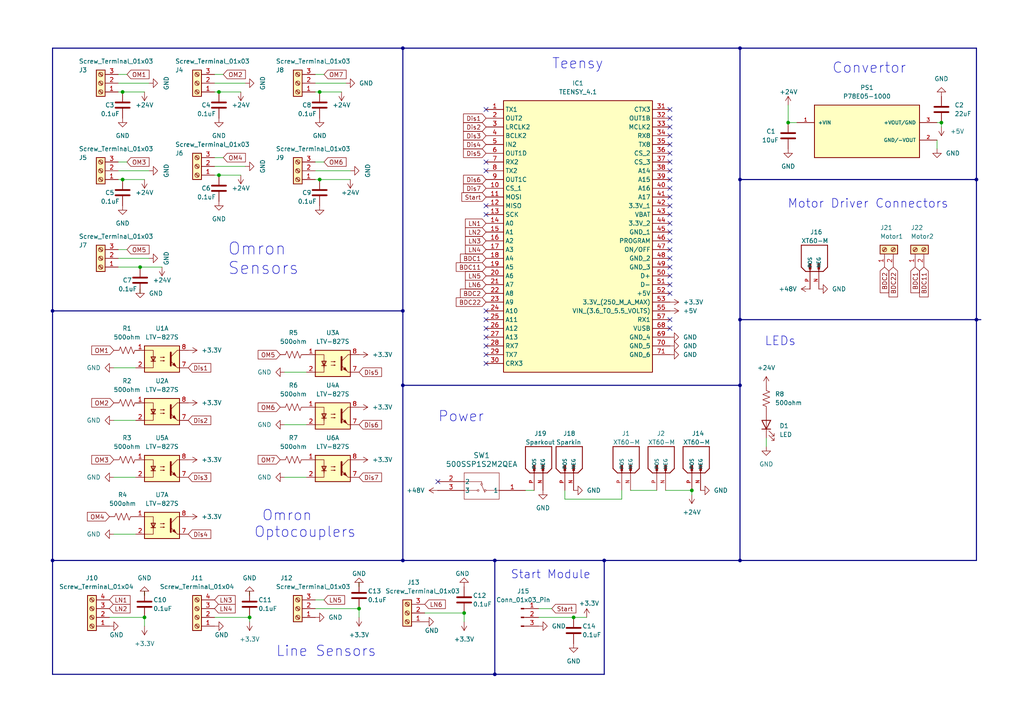
<source format=kicad_sch>
(kicad_sch (version 20231120) (generator "eeschema") (generator_version "8.0")
  (paper "A4")
  (lib_symbols
    (symbol "+24V_1" (power) (pin_numbers hide) (pin_names (offset 0) hide)
      (property "Value" "+24V" (at 0 3.556 0))
      (symbol "+24V_1_1_1"
        (pin power_in line (at 0 0 90) (length 0) (name "~") (number "1"))
      )
    )
    (symbol "Connector:Conn_01x03_Pin" (pin_names (offset 1.016) hide)
      (property "Reference" "J" (at 0 5.08 0))
      (property "Value" "Conn_01x03_Pin" (at 0 -5.08 0))
      (symbol "Conn_01x03_Pin_1_1"
        (pin passive line (at 5.08 2.54 180) (length 3.81) (name "Pin_1") (number "1"))
        (pin passive line (at 5.08 0 180) (length 3.81) (name "Pin_2") (number "2"))
        (pin passive line (at 5.08 -2.54 180) (length 3.81) (name "Pin_3") (number "3"))
      )
    )
    (symbol "Connector:Screw_Terminal_01x02" (pin_names (offset 1.016) hide)
      (property "Reference" "J" (at 0 2.54 0))
      (property "Value" "Screw_Terminal_01x02" (at 0 -5.08 0))
      (symbol "Screw_Terminal_01x02_1_1"
        (pin passive line (at -5.08 0 0) (length 3.81) (name "Pin_1") (number "1"))
        (pin passive line (at -5.08 -2.54 0) (length 3.81) (name "Pin_2") (number "2"))
      )
    )
    (symbol "Connector:Screw_Terminal_01x03" (pin_names (offset 1.016) hide)
      (property "Reference" "J" (at 0 5.08 0))
      (property "Value" "Screw_Terminal_01x03" (at 0 -5.08 0))
      (symbol "Screw_Terminal_01x03_1_1"
        (pin passive line (at -5.08 2.54 0) (length 3.81) (name "Pin_1") (number "1"))
        (pin passive line (at -5.08 0 0) (length 3.81) (name "Pin_2") (number "2"))
        (pin passive line (at -5.08 -2.54 0) (length 3.81) (name "Pin_3") (number "3"))
      )
    )
    (symbol "Connector:Screw_Terminal_01x04" (pin_names (offset 1.016) hide)
      (property "Reference" "J" (at 0 5.08 0))
      (property "Value" "Screw_Terminal_01x04" (at 0 -7.62 0))
      (symbol "Screw_Terminal_01x04_1_1"
        (pin passive line (at -5.08 2.54 0) (length 3.81) (name "Pin_1") (number "1"))
        (pin passive line (at -5.08 0 0) (length 3.81) (name "Pin_2") (number "2"))
        (pin passive line (at -5.08 -2.54 0) (length 3.81) (name "Pin_3") (number "3"))
        (pin passive line (at -5.08 -5.08 0) (length 3.81) (name "Pin_4") (number "4"))
      )
    )
    (symbol "Connector_Audio:500SSP1S2M2QEA" (pin_names (offset 0.254))
      (property "Reference" "SW1" (at 12.7 7.62 0))
      (property "Value" "500SSP1S2M2QEA" (at 12.7 5.08 0))
      (symbol "500SSP1S2M2QEA_0_1"
        (pin unspecified line (at 25.4 -2.54 180) (length 7.62) (name "2") (number "2"))
        (pin unspecified line (at 25.4 0 180) (length 7.62) (name "3") (number "3"))
      )
      (symbol "500SSP1S2M2QEA_1_1"
        (pin power_out line (at 0 0 0) (length 7.62) (name "1") (number "1"))
      )
    )
    (symbol "Device:C" (pin_numbers hide) (pin_names (offset 0.254))
      (property "Reference" "C" (at 0.635 2.54 0))
      (property "Value" "C" (at 0.635 -2.54 0))
      (symbol "C_1_1"
        (pin passive line (at 0 3.81 270) (length 2.794) (name "~") (number "1"))
        (pin passive line (at 0 -3.81 90) (length 2.794) (name "~") (number "2"))
      )
    )
    (symbol "Device:LED" (pin_numbers hide) (pin_names (offset 1.016) hide)
      (property "Reference" "D" (at 0 2.54 0))
      (property "Value" "LED" (at 0 -2.54 0))
      (symbol "LED_1_1"
        (pin passive line (at -3.81 0 0) (length 2.54) (name "K") (number "1"))
        (pin passive line (at 3.81 0 180) (length 2.54) (name "A") (number "2"))
      )
    )
    (symbol "Device:R_US" (pin_numbers hide) (pin_names (offset 0))
      (property "Reference" "R" (at 2.54 0 90))
      (property "Value" "R_US" (at -2.54 0 90))
      (symbol "R_US_1_1"
        (pin passive line (at 0 3.81 270) (length 1.27) (name "~") (number "1"))
        (pin passive line (at 0 -3.81 90) (length 1.27) (name "~") (number "2"))
      )
    )
    (symbol "GND_1" (power) (pin_numbers hide) (pin_names (offset 0) hide)
      (property "Value" "GND" (at 0 -3.81 0))
      (symbol "GND_1_1_1"
        (pin power_in line (at 0 0 270) (length 0) (name "~") (number "1"))
      )
    )
    (symbol "Isolator:LTV-827S" (pin_names (offset 1.016))
      (property "Reference" "U" (at -3.81 5.08 0))
      (property "Value" "LTV-827S" (at 0 -5.08 0))
      (symbol "LTV-827S_1_1"
        (pin passive line (at -7.62 2.54 0) (length 2.54) (name "~") (number "1"))
        (pin passive line (at -7.62 -2.54 0) (length 2.54) (name "~") (number "2"))
        (pin passive line (at 7.62 -2.54 180) (length 2.54) (name "~") (number "7"))
        (pin passive line (at 7.62 2.54 180) (length 2.54) (name "~") (number "8"))
      )
      (symbol "LTV-827S_2_1"
        (pin passive line (at -7.62 2.54 0) (length 2.54) (name "~") (number "3"))
        (pin passive line (at -7.62 -2.54 0) (length 2.54) (name "~") (number "4"))
        (pin passive line (at 7.62 -2.54 180) (length 2.54) (name "~") (number "5"))
        (pin passive line (at 7.62 2.54 180) (length 2.54) (name "~") (number "6"))
      )
    )
    (symbol "TEENSY_4_1:TEENSY_4.1"
      (property "Reference" "IC" (at 49.53 7.62 0))
      (property "Value" "TEENSY_4.1" (at 49.53 5.08 0))
      (symbol "TEENSY_4.1_1_1"
        (pin passive line (at 0 0 0) (length 5.08) (name "TX1") (number "1"))
        (pin passive line (at 0 -22.86 0) (length 5.08) (name "CS_1") (number "10"))
        (pin passive line (at 0 -25.4 0) (length 5.08) (name "MOSI") (number "11"))
        (pin passive line (at 0 -27.94 0) (length 5.08) (name "MISO") (number "12"))
        (pin passive line (at 0 -30.48 0) (length 5.08) (name "SCK") (number "13"))
        (pin passive line (at 0 -33.02 0) (length 5.08) (name "A0") (number "14"))
        (pin passive line (at 0 -35.56 0) (length 5.08) (name "A1") (number "15"))
        (pin passive line (at 0 -38.1 0) (length 5.08) (name "A2") (number "16"))
        (pin passive line (at 0 -40.64 0) (length 5.08) (name "A3") (number "17"))
        (pin passive line (at 0 -43.18 0) (length 5.08) (name "A4") (number "18"))
        (pin passive line (at 0 -45.72 0) (length 5.08) (name "A5") (number "19"))
        (pin passive line (at 0 -2.54 0) (length 5.08) (name "OUT2") (number "2"))
        (pin passive line (at 0 -48.26 0) (length 5.08) (name "A6") (number "20"))
        (pin passive line (at 0 -50.8 0) (length 5.08) (name "A7") (number "21"))
        (pin passive line (at 0 -53.34 0) (length 5.08) (name "A8") (number "22"))
        (pin passive line (at 0 -55.88 0) (length 5.08) (name "A9") (number "23"))
        (pin passive line (at 0 -58.42 0) (length 5.08) (name "A10") (number "24"))
        (pin passive line (at 0 -60.96 0) (length 5.08) (name "A11") (number "25"))
        (pin passive line (at 0 -63.5 0) (length 5.08) (name "A12") (number "26"))
        (pin passive line (at 0 -66.04 0) (length 5.08) (name "A13") (number "27"))
        (pin passive line (at 0 -68.58 0) (length 5.08) (name "RX7") (number "28"))
        (pin passive line (at 0 -71.12 0) (length 5.08) (name "TX7") (number "29"))
        (pin passive line (at 0 -5.08 0) (length 5.08) (name "LRCLK2") (number "3"))
        (pin passive line (at 0 -73.66 0) (length 5.08) (name "CRX3") (number "30"))
        (pin passive line (at 53.34 0 180) (length 5.08) (name "CTX3") (number "31"))
        (pin passive line (at 53.34 -2.54 180) (length 5.08) (name "OUT1B") (number "32"))
        (pin passive line (at 53.34 -5.08 180) (length 5.08) (name "MCLK2") (number "33"))
        (pin passive line (at 53.34 -7.62 180) (length 5.08) (name "RX8") (number "34"))
        (pin passive line (at 53.34 -10.16 180) (length 5.08) (name "TX8") (number "35"))
        (pin passive line (at 53.34 -12.7 180) (length 5.08) (name "CS_2") (number "36"))
        (pin passive line (at 53.34 -15.24 180) (length 5.08) (name "CS_3") (number "37"))
        (pin passive line (at 53.34 -17.78 180) (length 5.08) (name "A14") (number "38"))
        (pin passive line (at 53.34 -20.32 180) (length 5.08) (name "A15") (number "39"))
        (pin passive line (at 0 -7.62 0) (length 5.08) (name "BCLK2") (number "4"))
        (pin passive line (at 53.34 -22.86 180) (length 5.08) (name "A16") (number "40"))
        (pin passive line (at 53.34 -25.4 180) (length 5.08) (name "A17") (number "41"))
        (pin passive line (at 53.34 -27.94 180) (length 5.08) (name "3.3V_1") (number "42"))
        (pin passive line (at 53.34 -30.48 180) (length 5.08) (name "VBAT") (number "43"))
        (pin passive line (at 53.34 -33.02 180) (length 5.08) (name "3.3V_2") (number "44"))
        (pin passive line (at 53.34 -35.56 180) (length 5.08) (name "GND_1") (number "45"))
        (pin passive line (at 53.34 -38.1 180) (length 5.08) (name "PROGRAM") (number "46"))
        (pin passive line (at 53.34 -40.64 180) (length 5.08) (name "ON/OFF") (number "47"))
        (pin passive line (at 53.34 -43.18 180) (length 5.08) (name "GND_2") (number "48"))
        (pin passive line (at 53.34 -45.72 180) (length 5.08) (name "GND_3") (number "49"))
        (pin passive line (at 0 -10.16 0) (length 5.08) (name "IN2") (number "5"))
        (pin passive line (at 53.34 -48.26 180) (length 5.08) (name "D+") (number "50"))
        (pin passive line (at 53.34 -50.8 180) (length 5.08) (name "D-") (number "51"))
        (pin passive line (at 53.34 -53.34 180) (length 5.08) (name "+5V") (number "52"))
        (pin passive line (at 53.34 -55.88 180) (length 5.08) (name "3.3V_(250_M_A_MAX)") (number "53"))
        (pin passive line (at 53.34 -58.42 180) (length 5.08) (name "VIN_(3.6_TO_5.5_VOLTS)") (number "55"))
        (pin passive line (at 53.34 -60.96 180) (length 5.08) (name "RX1") (number "57"))
        (pin passive line (at 0 -12.7 0) (length 5.08) (name "OUT1D") (number "6"))
        (pin passive line (at 53.34 -63.5 180) (length 5.08) (name "VUSB") (number "68"))
        (pin passive line (at 53.34 -66.04 180) (length 5.08) (name "GND_4") (number "69"))
        (pin passive line (at 0 -15.24 0) (length 5.08) (name "RX2") (number "7"))
        (pin passive line (at 53.34 -68.58 180) (length 5.08) (name "GND_5") (number "70"))
        (pin passive line (at 53.34 -71.12 180) (length 5.08) (name "GND_6") (number "71"))
        (pin passive line (at 0 -17.78 0) (length 5.08) (name "TX2") (number "8"))
        (pin passive line (at 0 -20.32 0) (length 5.08) (name "OUT1C") (number "9"))
      )
    )
    (symbol "VOLT:P78E05-1000" (pin_names (offset 1.016))
      (property "Reference" "PS" (at -15.24 7.62 0))
      (property "Value" "P78E05-1000" (at -15.24 -10.16 0))
      (symbol "P78E05-1000_0_0"
        (pin input line (at -20.32 2.54 0) (length 5.08) (name "+VIN") (number "1"))
        (pin power_in line (at 20.32 -2.54 180) (length 5.08) (name "GND/-VOUT") (number "2"))
        (pin power_in line (at 20.32 2.54 180) (length 5.08) (name "+VOUT/GND") (number "3"))
      )
    )
    (symbol "XT60-M:XT60-M" (pin_names (offset 1.016))
      (property "Reference" "J" (at 0 6.35 0))
      (property "Value" "XT60-M" (at 0 -5.08 0))
      (symbol "XT60-M_0_0"
        (pin passive line (at -5.08 0 0) (length 5.08) (name "NEG") (number "N"))
        (pin passive line (at -5.08 2.54 0) (length 5.08) (name "POS") (number "P"))
      )
    )
    (symbol "power:+24V" (power) (pin_names (offset 0))
      (property "Value" "+24V" (at 0 3.556 0))
      (symbol "+24V_1_1"
        (pin power_in line (at 0 0 90) (length 0) hide (name "+24V") (number "1"))
      )
    )
    (symbol "power:+3.3V" (power) (pin_names (offset 0))
      (property "Value" "+3.3V" (at 0 3.556 0))
      (symbol "+3.3V_1_1"
        (pin power_in line (at 0 0 90) (length 0) hide (name "+3.3V") (number "1"))
      )
    )
    (symbol "power:+48V" (power) (pin_numbers hide) (pin_names (offset 0) hide)
      (property "Value" "+48V" (at 0 3.556 0))
      (symbol "+48V_1_1"
        (pin power_in line (at 0 0 90) (length 0) (name "~") (number "1"))
      )
    )
    (symbol "power:+5V" (power) (pin_names (offset 0))
      (property "Value" "+5V" (at 0 3.556 0))
      (symbol "+5V_1_1"
        (pin power_in line (at 0 0 90) (length 0) hide (name "+5V") (number "1"))
      )
    )
    (symbol "power:GND" (power) (pin_names (offset 0))
      (property "Value" "GND" (at 0 -3.81 0))
      (symbol "GND_1_1"
        (pin power_in line (at 0 0 270) (length 0) hide (name "GND") (number "1"))
      )
    )
  )
  (junction (at 214.63 92.71))
  (junction (at 214.63 13.97))
  (junction (at 40.64 77.47))
  (junction (at 166.37 179.07))
  (junction (at 200.66 142.24))
  (junction (at 228.6 35.56))
  (junction (at 63.5 26.67))
  (junction (at 214.63 111.76))
  (junction (at 214.63 162.56))
  (junction (at 72.39 179.07))
  (junction (at 92.71 52.07))
  (junction (at 35.56 52.07))
  (junction (at 116.84 13.97))
  (junction (at 273.05 35.56))
  (junction (at 116.84 111.76))
  (junction (at 116.84 162.56))
  (junction (at 283.21 92.71))
  (junction (at 143.51 162.56))
  (junction (at 116.84 90.17))
  (junction (at 35.56 26.67))
  (junction (at 143.51 195.58))
  (junction (at 175.26 162.56))
  (junction (at 15.24 90.17))
  (junction (at 214.63 52.07))
  (junction (at 104.14 176.53))
  (junction (at 63.5 50.8))
  (junction (at 283.21 52.07))
  (junction (at 15.24 162.56))
  (junction (at 134.62 177.8))
  (junction (at 92.71 26.67))
  (junction (at 41.91 179.07))
  (no_connect (at 140.97 90.17))
  (no_connect (at 140.97 100.33))
  (no_connect (at 194.31 62.23))
  (no_connect (at 194.31 77.47))
  (no_connect (at 194.31 95.25))
  (no_connect (at 140.97 105.41))
  (no_connect (at 194.31 41.91))
  (no_connect (at 140.97 102.87))
  (no_connect (at 194.31 36.83))
  (no_connect (at 194.31 72.39))
  (no_connect (at 140.97 62.23))
  (no_connect (at 194.31 46.99))
  (no_connect (at 194.31 74.93))
  (no_connect (at 194.31 92.71))
  (no_connect (at 140.97 46.99))
  (no_connect (at 194.31 85.09))
  (no_connect (at 194.31 39.37))
  (no_connect (at 194.31 64.77))
  (no_connect (at 194.31 49.53))
  (no_connect (at 194.31 54.61))
  (no_connect (at 140.97 95.25))
  (no_connect (at 140.97 97.79))
  (no_connect (at 127 139.7))
  (no_connect (at 194.31 52.07))
  (no_connect (at 140.97 49.53))
  (no_connect (at 194.31 80.01))
  (no_connect (at 194.31 57.15))
  (no_connect (at 194.31 34.29))
  (no_connect (at 140.97 59.69))
  (no_connect (at 140.97 31.75))
  (no_connect (at 194.31 44.45))
  (no_connect (at 194.31 59.69))
  (no_connect (at 194.31 67.31))
  (no_connect (at 194.31 31.75))
  (no_connect (at 194.31 82.55))
  (no_connect (at 140.97 92.71))
  (no_connect (at 194.31 69.85))
  (bus (pts (xy 283.21 52.07) (xy 283.21 13.97)))
  (wire (pts (xy 40.64 101.6) (xy 39.37 101.6)))
  (bus (pts (xy 214.63 52.07) (xy 283.21 52.07)))
  (bus (pts (xy 175.26 195.58) (xy 143.51 195.58)))
  (wire (pts (xy 41.91 172.72) (xy 41.91 171.45)))
  (wire (pts (xy 41.91 26.67) (xy 35.56 26.67)))
  (wire (pts (xy 166.37 179.07) (xy 156.21 179.07)))
  (bus (pts (xy 15.24 162.56) (xy 15.24 195.58)))
  (wire (pts (xy 43.18 74.93) (xy 34.29 74.93)))
  (wire (pts (xy 36.83 72.39) (xy 34.29 72.39)))
  (wire (pts (xy 193.04 142.24) (xy 200.66 142.24)))
  (wire (pts (xy 104.14 168.91) (xy 104.14 170.18)))
  (wire (pts (xy 92.71 26.67) (xy 91.44 26.67)))
  (bus (pts (xy 116.84 162.56) (xy 116.84 111.76)))
  (wire (pts (xy 39.37 121.92) (xy 33.02 121.92)))
  (bus (pts (xy 214.63 13.97) (xy 283.21 13.97)))
  (wire (pts (xy 160.02 176.53) (xy 156.21 176.53)))
  (bus (pts (xy 116.84 162.56) (xy 143.51 162.56)))
  (wire (pts (xy 40.64 83.82) (xy 40.64 85.09)))
  (wire (pts (xy 93.98 46.99) (xy 91.44 46.99)))
  (bus (pts (xy 214.63 111.76) (xy 214.63 162.56)))
  (bus (pts (xy 116.84 111.76) (xy 116.84 90.17)))
  (wire (pts (xy 273.05 35.56) (xy 271.78 35.56)))
  (wire (pts (xy 180.34 144.78) (xy 180.34 142.24)))
  (bus (pts (xy 175.26 162.56) (xy 214.63 162.56)))
  (wire (pts (xy 43.18 49.53) (xy 34.29 49.53)))
  (wire (pts (xy 71.12 48.26) (xy 62.23 48.26)))
  (bus (pts (xy 15.24 13.97) (xy 15.24 90.17)))
  (wire (pts (xy 222.25 129.54) (xy 222.25 127)))
  (wire (pts (xy 41.91 52.07) (xy 35.56 52.07)))
  (wire (pts (xy 228.6 35.56) (xy 231.14 35.56)))
  (wire (pts (xy 271.78 43.18) (xy 271.78 40.64)))
  (wire (pts (xy 40.64 77.47) (xy 46.99 77.47)))
  (bus (pts (xy 15.24 90.17) (xy 116.84 90.17)))
  (wire (pts (xy 134.62 180.34) (xy 134.62 177.8)))
  (wire (pts (xy 91.44 49.53) (xy 101.6 49.53)))
  (bus (pts (xy 214.63 13.97) (xy 214.63 52.07)))
  (bus (pts (xy 283.21 92.71) (xy 283.21 162.56)))
  (bus (pts (xy 15.24 195.58) (xy 143.51 195.58)))
  (wire (pts (xy 39.37 154.94) (xy 33.02 154.94)))
  (bus (pts (xy 15.24 90.17) (xy 15.24 162.56)))
  (wire (pts (xy 123.19 177.8) (xy 134.62 177.8)))
  (wire (pts (xy 200.66 143.51) (xy 200.66 142.24)))
  (bus (pts (xy 214.63 92.71) (xy 283.21 92.71)))
  (wire (pts (xy 88.9 107.95) (xy 82.55 107.95)))
  (wire (pts (xy 43.18 24.13) (xy 34.29 24.13)))
  (bus (pts (xy 116.84 90.17) (xy 116.84 13.97)))
  (wire (pts (xy 101.6 52.07) (xy 92.71 52.07)))
  (wire (pts (xy 99.06 26.67) (xy 92.71 26.67)))
  (wire (pts (xy 228.6 30.48) (xy 228.6 35.56)))
  (wire (pts (xy 36.83 46.99) (xy 34.29 46.99)))
  (bus (pts (xy 214.63 92.71) (xy 214.63 111.76)))
  (wire (pts (xy 35.56 26.67) (xy 34.29 26.67)))
  (wire (pts (xy 100.33 24.13) (xy 91.44 24.13)))
  (wire (pts (xy 40.64 133.35) (xy 39.37 133.35)))
  (wire (pts (xy 163.83 142.24) (xy 163.83 144.78)))
  (bus (pts (xy 116.84 13.97) (xy 214.63 13.97)))
  (wire (pts (xy 64.77 45.72) (xy 62.23 45.72)))
  (wire (pts (xy 39.37 106.68) (xy 33.02 106.68)))
  (wire (pts (xy 41.91 181.61) (xy 41.91 179.07)))
  (wire (pts (xy 39.37 138.43) (xy 33.02 138.43)))
  (wire (pts (xy 72.39 172.72) (xy 72.39 171.45)))
  (wire (pts (xy 63.5 50.8) (xy 62.23 50.8)))
  (wire (pts (xy 71.12 24.13) (xy 62.23 24.13)))
  (wire (pts (xy 93.98 173.99) (xy 91.44 173.99)))
  (bus (pts (xy 15.24 13.97) (xy 116.84 13.97)))
  (bus (pts (xy 284.48 92.71) (xy 283.21 92.71)))
  (wire (pts (xy 88.9 138.43) (xy 82.55 138.43)))
  (bus (pts (xy 15.24 162.56) (xy 116.84 162.56)))
  (wire (pts (xy 69.85 26.67) (xy 63.5 26.67)))
  (wire (pts (xy 104.14 179.07) (xy 104.14 176.53)))
  (bus (pts (xy 143.51 162.56) (xy 175.26 162.56)))
  (wire (pts (xy 34.29 77.47) (xy 40.64 77.47)))
  (bus (pts (xy 283.21 52.07) (xy 283.21 92.71)))
  (bus (pts (xy 175.26 162.56) (xy 175.26 195.58)))
  (bus (pts (xy 143.51 195.58) (xy 143.51 162.56)))
  (wire (pts (xy 182.88 142.24) (xy 190.5 142.24)))
  (wire (pts (xy 93.98 21.59) (xy 91.44 21.59)))
  (wire (pts (xy 104.14 176.53) (xy 91.44 176.53)))
  (wire (pts (xy 36.83 21.59) (xy 34.29 21.59)))
  (bus (pts (xy 214.63 52.07) (xy 214.63 92.71)))
  (wire (pts (xy 88.9 123.19) (xy 82.55 123.19)))
  (wire (pts (xy 72.39 179.07) (xy 62.23 179.07)))
  (wire (pts (xy 72.39 180.34) (xy 72.39 179.07)))
  (wire (pts (xy 69.85 50.8) (xy 63.5 50.8)))
  (wire (pts (xy 63.5 26.67) (xy 62.23 26.67)))
  (wire (pts (xy 170.18 179.07) (xy 166.37 179.07)))
  (wire (pts (xy 92.71 52.07) (xy 91.44 52.07)))
  (wire (pts (xy 41.91 179.07) (xy 31.75 179.07)))
  (wire (pts (xy 35.56 52.07) (xy 34.29 52.07)))
  (wire (pts (xy 154.94 142.24) (xy 152.4 142.24)))
  (wire (pts (xy 40.64 116.84) (xy 39.37 116.84)))
  (wire (pts (xy 64.77 21.59) (xy 62.23 21.59)))
  (bus (pts (xy 214.63 162.56) (xy 283.21 162.56)))
  (wire (pts (xy 163.83 144.78) (xy 180.34 144.78)))
  (bus (pts (xy 116.84 111.76) (xy 214.63 111.76)))
  (wire (pts (xy 273.05 36.83) (xy 273.05 35.56)))
  (text "Line Sensors\n\n" (at 80.01 195.58 0) (effects (font (size 3 3)) (justify left bottom)))
  (text "Teensy\n" (at 160.02 20.32 0) (effects (font (size 3 3)) (justify left bottom)))
  (text "Motor Driver Connectors \n" (at 252.73 59.182 0) (effects (font (size 2.54 2.54))))
  (text "Omron \nSensors" (at 66.04 80.01 0) (effects (font (size 3.5 3.5)) (justify left bottom)))
  (text "Convertor\n" (at 241.3 21.59 0) (effects (font (size 3 3)) (justify left bottom)))
  (text "LEDs\n" (at 226.314 99.06 0) (effects (font (size 2.54 2.54))))
  (text " Omron \nOptocouplers" (at 73.66 156.21 0) (effects (font (size 3 3)) (justify left bottom)))
  (text "Start Module" (at 148.082 168.148 0) (effects (font (size 2.4 2.4)) (justify left bottom)))
  (text "Power\n" (at 127 122.682 0) (effects (font (size 3 3)) (justify left bottom)))
  (global_label "Start" (shape input) (at 140.97 57.15 180) (property "Intersheetrefs" "${INTERSHEET_REFS}" (effects (hide yes))))
  (global_label "LN6" (shape input) (at 123.19 175.26 0) (property "Intersheetrefs" "${INTERSHEET_REFS}" (effects (hide yes))))
  (global_label "OM2" (shape input) (at 64.77 21.59 0) (property "Intersheetrefs" "${INTERSHEET_REFS}" (effects (hide yes))))
  (global_label "Dis7" (shape input) (at 140.97 54.61 180) (property "Intersheetrefs" "${INTERSHEET_REFS}" (effects (hide yes))))
  (global_label "LN2" (shape input) (at 31.75 176.53 0) (property "Intersheetrefs" "${INTERSHEET_REFS}" (effects (hide yes))))
  (global_label "LN1" (shape input) (at 140.97 64.77 180) (property "Intersheetrefs" "${INTERSHEET_REFS}" (effects (hide yes))))
  (global_label "OM6" (shape input) (at 93.98 46.99 0) (property "Intersheetrefs" "${INTERSHEET_REFS}" (effects (hide yes))))
  (global_label "Start" (shape input) (at 160.02 176.53 0) (property "Intersheetrefs" "${INTERSHEET_REFS}" (effects (hide yes))))
  (global_label "BDC1" (shape input) (at 265.43 77.47 270) (property "Intersheetrefs" "${INTERSHEET_REFS}" (effects (hide yes))))
  (global_label "Dis4" (shape input) (at 54.61 154.94 0) (property "Intersheetrefs" "${INTERSHEET_REFS}" (effects (hide yes))))
  (global_label "Dis3" (shape input) (at 140.97 39.37 180) (property "Intersheetrefs" "${INTERSHEET_REFS}" (effects (hide yes))))
  (global_label "LN5" (shape input) (at 93.98 173.99 0) (property "Intersheetrefs" "${INTERSHEET_REFS}" (effects (hide yes))))
  (global_label "BDC2" (shape input) (at 140.97 85.09 180) (property "Intersheetrefs" "${INTERSHEET_REFS}" (effects (hide yes))))
  (global_label "OM6" (shape input) (at 81.28 118.11 180) (property "Intersheetrefs" "${INTERSHEET_REFS}" (effects (hide yes))))
  (global_label "OM1" (shape input) (at 33.02 101.6 180) (property "Intersheetrefs" "${INTERSHEET_REFS}" (effects (hide yes))))
  (global_label "BDC1" (shape input) (at 140.97 74.93 180) (property "Intersheetrefs" "${INTERSHEET_REFS}" (effects (hide yes))))
  (global_label "BDC22" (shape input) (at 259.08 77.47 270) (property "Intersheetrefs" "${INTERSHEET_REFS}" (effects (hide yes))))
  (global_label "Dis3" (shape input) (at 54.61 138.43 0) (property "Intersheetrefs" "${INTERSHEET_REFS}" (effects (hide yes))))
  (global_label "OM2" (shape input) (at 33.02 116.84 180) (property "Intersheetrefs" "${INTERSHEET_REFS}" (effects (hide yes))))
  (global_label "BDC11" (shape input) (at 140.97 77.47 180) (property "Intersheetrefs" "${INTERSHEET_REFS}" (effects (hide yes))))
  (global_label "Dis7" (shape input) (at 104.14 138.43 0) (property "Intersheetrefs" "${INTERSHEET_REFS}" (effects (hide yes))))
  (global_label "OM7" (shape input) (at 93.98 21.59 0) (property "Intersheetrefs" "${INTERSHEET_REFS}" (effects (hide yes))))
  (global_label "Dis1" (shape input) (at 140.97 34.29 180) (property "Intersheetrefs" "${INTERSHEET_REFS}" (effects (hide yes))))
  (global_label "Dis2" (shape input) (at 140.97 36.83 180) (property "Intersheetrefs" "${INTERSHEET_REFS}" (effects (hide yes))))
  (global_label "Dis5" (shape input) (at 140.97 44.45 180) (property "Intersheetrefs" "${INTERSHEET_REFS}" (effects (hide yes))))
  (global_label "LN1" (shape input) (at 31.75 173.99 0) (property "Intersheetrefs" "${INTERSHEET_REFS}" (effects (hide yes))))
  (global_label "OM1" (shape input) (at 36.83 21.59 0) (property "Intersheetrefs" "${INTERSHEET_REFS}" (effects (hide yes))))
  (global_label "BDC11" (shape input) (at 267.97 77.47 270) (property "Intersheetrefs" "${INTERSHEET_REFS}" (effects (hide yes))))
  (global_label "LN3" (shape input) (at 140.97 69.85 180) (property "Intersheetrefs" "${INTERSHEET_REFS}" (effects (hide yes))))
  (global_label "OM5" (shape input) (at 36.83 72.39 0) (property "Intersheetrefs" "${INTERSHEET_REFS}" (effects (hide yes))))
  (global_label "Dis6" (shape input) (at 104.14 123.19 0) (property "Intersheetrefs" "${INTERSHEET_REFS}" (effects (hide yes))))
  (global_label "Dis4" (shape input) (at 140.97 41.91 180) (property "Intersheetrefs" "${INTERSHEET_REFS}" (effects (hide yes))))
  (global_label "LN4" (shape input) (at 140.97 72.39 180) (property "Intersheetrefs" "${INTERSHEET_REFS}" (effects (hide yes))))
  (global_label "OM3" (shape input) (at 36.83 46.99 0) (property "Intersheetrefs" "${INTERSHEET_REFS}" (effects (hide yes))))
  (global_label "Dis6" (shape input) (at 140.97 52.07 180) (property "Intersheetrefs" "${INTERSHEET_REFS}" (effects (hide yes))))
  (global_label "BDC2" (shape input) (at 256.54 77.47 270) (property "Intersheetrefs" "${INTERSHEET_REFS}" (effects (hide yes))))
  (global_label "BDC22" (shape input) (at 140.97 87.63 180) (property "Intersheetrefs" "${INTERSHEET_REFS}" (effects (hide yes))))
  (global_label "LN5" (shape input) (at 140.97 80.01 180) (property "Intersheetrefs" "${INTERSHEET_REFS}" (effects (hide yes))))
  (global_label "LN3" (shape input) (at 62.23 173.99 0) (property "Intersheetrefs" "${INTERSHEET_REFS}" (effects (hide yes))))
  (global_label "OM4" (shape input) (at 31.75 149.86 180) (property "Intersheetrefs" "${INTERSHEET_REFS}" (effects (hide yes))))
  (global_label "LN2" (shape input) (at 140.97 67.31 180) (property "Intersheetrefs" "${INTERSHEET_REFS}" (effects (hide yes))))
  (global_label "LN6" (shape input) (at 140.97 82.55 180) (property "Intersheetrefs" "${INTERSHEET_REFS}" (effects (hide yes))))
  (global_label "OM4" (shape input) (at 64.77 45.72 0) (property "Intersheetrefs" "${INTERSHEET_REFS}" (effects (hide yes))))
  (global_label "LN4" (shape input) (at 62.23 176.53 0) (property "Intersheetrefs" "${INTERSHEET_REFS}" (effects (hide yes))))
  (global_label "Dis2" (shape input) (at 54.61 121.92 0) (property "Intersheetrefs" "${INTERSHEET_REFS}" (effects (hide yes))))
  (global_label "Dis5" (shape input) (at 104.14 107.95 0) (property "Intersheetrefs" "${INTERSHEET_REFS}" (effects (hide yes))))
  (global_label "OM7" (shape input) (at 81.28 133.35 180) (property "Intersheetrefs" "${INTERSHEET_REFS}" (effects (hide yes))))
  (global_label "OM5" (shape input) (at 81.28 102.87 180) (property "Intersheetrefs" "${INTERSHEET_REFS}" (effects (hide yes))))
  (global_label "Dis1" (shape input) (at 54.61 106.68 0) (property "Intersheetrefs" "${INTERSHEET_REFS}" (effects (hide yes))))
  (global_label "OM3" (shape input) (at 33.02 133.35 180) (property "Intersheetrefs" "${INTERSHEET_REFS}" (effects (hide yes))))
  (symbol (lib_id "XT60-M:XT60-M") (at 203.2 137.16 90) (unit 1)
    (property "Reference" "J14" (at 200.66 125.73 90) (effects (justify right)))
    (property "Value" "XT60-M" (at 198.12 128.27 90) (effects (justify right)))
    (property "Footprint" "XT60-M:AMASS_XT60-M" (effects (hide yes)))
    (property "Description" "\nPlug; DC supply; XT60; male; PIN: 2; for cable; soldered; 30A; 500V\n" (effects (hide yes)))
    (property "MF" "AMASS" (effects (hide yes)))
    (property "MAXIMUM_PACKAGE_HEIGHT" "16.00 mm" (effects (hide yes)))
    (property "Package" "Package" (effects (hide yes)))
    (property "Price" "None" (effects (hide yes)))
    (property "Check_prices" "https://www.snapeda.com/parts/XT60-M/AMASS/view-part/?ref=eda" (effects (hide yes)))
    (property "STANDARD" "IPC 7351B" (effects (hide yes)))
    (property "PARTREV" "V1.2" (effects (hide yes)))
    (property "SnapEDA_Link" "https://www.snapeda.com/parts/XT60-M/AMASS/view-part/?ref=snap" (effects (hide yes)))
    (property "MP" "XT60-M" (effects (hide yes)))
    (property "Availability" "Not in stock" (effects (hide yes)))
    (property "MANUFACTURER" "AMASS" (effects (hide yes)))
  )
  (symbol (lib_id "XT60-M:XT60-M") (at 166.37 137.16 90) (unit 1)
    (property "Reference" "J18" (at 163.322 125.73 90) (effects (justify right)))
    (property "Value" "Sparkin" (at 161.29 128.27 90) (effects (justify right)))
    (property "Footprint" "XT60-M:AMASS_XT60-M" (effects (hide yes)))
    (property "Description" "\nPlug; DC supply; XT60; male; PIN: 2; for cable; soldered; 30A; 500V\n" (effects (hide yes)))
    (property "MF" "AMASS" (effects (hide yes)))
    (property "MAXIMUM_PACKAGE_HEIGHT" "16.00 mm" (effects (hide yes)))
    (property "Package" "Package" (effects (hide yes)))
    (property "Price" "None" (effects (hide yes)))
    (property "Check_prices" "https://www.snapeda.com/parts/XT60-M/AMASS/view-part/?ref=eda" (effects (hide yes)))
    (property "STANDARD" "IPC 7351B" (effects (hide yes)))
    (property "PARTREV" "V1.2" (effects (hide yes)))
    (property "SnapEDA_Link" "https://www.snapeda.com/parts/XT60-M/AMASS/view-part/?ref=snap" (effects (hide yes)))
    (property "MP" "XT60-M" (effects (hide yes)))
    (property "Availability" "Not in stock" (effects (hide yes)))
    (property "MANUFACTURER" "AMASS" (effects (hide yes)))
  )
  (symbol (lib_id "VOLT:P78E05-1000") (at 251.46 38.1 0) (unit 1)
    (property "Reference" "PS1" (at 251.46 25.4 0))
    (property "Value" "P78E05-1000" (at 251.46 27.94 0))
    (property "Footprint" "P78E05-1000:CONV_P78E05-1000" (effects (hide yes)))
    (property "STANDARD" "Manufacturer Recommendations" (effects (hide yes)))
    (property "MANUFACTURER" "CUI Inc" (effects (hide yes)))
  )
  (symbol (lib_id "power:+3.3V") (at 54.61 149.86 270) (unit 1)
    (property "Reference" "#PWR044" (effects (hide yes)))
    (property "Value" "+3.3V" (at 58.42 149.86 90) (effects (justify left)))
  )
  (symbol (lib_id "power:GND") (at 41.91 172.72 180) (unit 1)
    (property "Reference" "#PWR050" (effects (hide yes)))
    (property "Value" "GND" (at 41.91 167.64 0))
  )
  (symbol (lib_id "Device:C") (at 92.71 30.48 0) (unit 1)
    (property "Reference" "C8" (at 87.63 30.48 0) (effects (justify left)))
    (property "Value" "0.1uF" (at 86.36 33.02 0) (effects (justify left)))
  )
  (symbol (lib_id "power:+24V") (at 228.6 30.48 0) (unit 1)
    (property "Reference" "#PWR03" (effects (hide yes)))
    (property "Value" "+24V" (at 226.06 26.67 0) (effects (justify left)))
  )
  (symbol (lib_id "Connector:Screw_Terminal_01x02") (at 256.54 72.39 90) (unit 1)
    (property "Reference" "J21" (at 255.27 66.04 90) (effects (justify right)))
    (property "Value" "Motor1" (at 255.27 68.58 90) (effects (justify right)))
  )
  (symbol (lib_id "Device:R_US") (at 36.83 101.6 90) (unit 1)
    (property "Reference" "R1" (at 36.83 95.25 90))
    (property "Value" "500ohm" (at 36.83 97.79 90))
  )
  (symbol (lib_id "Device:C") (at 72.39 175.26 0) (unit 1)
    (property "Reference" "C11" (at 74.93 173.99 0) (effects (justify left)))
    (property "Value" "0.1uF" (at 74.93 176.53 0) (effects (justify left)))
  )
  (symbol (lib_id "Device:C") (at 35.56 55.88 0) (unit 1)
    (property "Reference" "C5" (at 30.48 55.88 0) (effects (justify left)))
    (property "Value" "0.1uF" (at 29.21 58.42 0) (effects (justify left)))
  )
  (symbol (lib_id "XT60-M:XT60-M") (at 237.49 78.74 90) (unit 1)
    (property "Reference" "J16" (at 234.95 67.31 90) (effects (justify right)))
    (property "Value" "XT60-M" (at 232.41 69.85 90) (effects (justify right)))
    (property "Footprint" "XT60-M:AMASS_XT60-M" (effects (hide yes)))
    (property "Description" "\nPlug; DC supply; XT60; male; PIN: 2; for cable; soldered; 30A; 500V\n" (effects (hide yes)))
    (property "MF" "AMASS" (effects (hide yes)))
    (property "MAXIMUM_PACKAGE_HEIGHT" "16.00 mm" (effects (hide yes)))
    (property "Package" "Package" (effects (hide yes)))
    (property "Price" "None" (effects (hide yes)))
    (property "Check_prices" "https://www.snapeda.com/parts/XT60-M/AMASS/view-part/?ref=eda" (effects (hide yes)))
    (property "STANDARD" "IPC 7351B" (effects (hide yes)))
    (property "PARTREV" "V1.2" (effects (hide yes)))
    (property "SnapEDA_Link" "https://www.snapeda.com/parts/XT60-M/AMASS/view-part/?ref=snap" (effects (hide yes)))
    (property "MP" "XT60-M" (effects (hide yes)))
    (property "Availability" "Not in stock" (effects (hide yes)))
    (property "MANUFACTURER" "AMASS" (effects (hide yes)))
  )
  (symbol (lib_id "power:GND") (at 63.5 58.42 0) (unit 1)
    (property "Reference" "#PWR019" (effects (hide yes)))
    (property "Value" "GND" (at 63.5 63.5 0))
  )
  (symbol (lib_id "power:+3.3V") (at 41.91 181.61 180) (unit 1)
    (property "Reference" "#PWR048" (effects (hide yes)))
    (property "Value" "+3.3V" (at 41.91 186.69 0))
  )
  (symbol (lib_id "Connector:Screw_Terminal_01x03") (at 57.15 48.26 180) (unit 1)
    (property "Reference" "J6" (at 50.8 44.45 0) (effects (justify right)))
    (property "Value" "Screw_Terminal_01x03" (at 50.8 41.91 0) (effects (justify right)))
  )
  (symbol (lib_id "Connector:Screw_Terminal_01x04") (at 26.67 179.07 180) (unit 1)
    (property "Reference" "J10" (at 26.67 167.64 0))
    (property "Value" "Screw_Terminal_01x04" (at 27.94 170.18 0))
  )
  (symbol (lib_id "power:GND") (at 92.71 59.69 0) (unit 1)
    (property "Reference" "#PWR028" (effects (hide yes)))
    (property "Value" "GND" (effects (hide yes)))
  )
  (symbol (lib_id "Connector:Conn_01x03_Pin") (at 151.13 179.07 0) (unit 1)
    (property "Reference" "J15" (at 151.765 171.45 0))
    (property "Value" "Conn_01x03_Pin" (at 151.765 173.99 0))
  )
  (symbol (lib_id "Connector:Screw_Terminal_01x03") (at 118.11 177.8 180) (unit 1)
    (property "Reference" "J13" (at 118.11 168.91 0) (effects (justify right)))
    (property "Value" "Screw_Terminal_01x03" (at 111.76 171.45 0) (effects (justify right)))
  )
  (symbol (lib_id "power:GND") (at 35.56 34.29 0) (unit 1)
    (property "Reference" "#PWR012" (effects (hide yes)))
    (property "Value" "GND" (at 35.56 39.37 0))
  )
  (symbol (lib_id "power:GND") (at 43.18 24.13 90) (unit 1)
    (property "Reference" "#PWR011" (effects (hide yes)))
    (property "Value" "GND" (at 48.26 24.13 0))
  )
  (symbol (lib_id "Connector:Screw_Terminal_01x02") (at 265.43 72.39 90) (unit 1)
    (property "Reference" "J22" (at 264.16 66.04 90) (effects (justify right)))
    (property "Value" "Motor2" (at 264.16 68.58 90) (effects (justify right)))
  )
  (symbol (lib_id "power:+3.3V") (at 104.14 179.07 180) (unit 1)
    (property "Reference" "#PWR056" (effects (hide yes)))
    (property "Value" "+3.3V" (at 104.14 184.15 0))
  )
  (symbol (lib_id "power:GND") (at 33.02 154.94 270) (unit 1)
    (property "Reference" "#PWR043" (effects (hide yes)))
    (property "Value" "GND" (at 29.21 154.94 90) (effects (justify right)))
  )
  (symbol (lib_id "power:GND") (at 271.78 43.18 0) (unit 1)
    (property "Reference" "#PWR01" (effects (hide yes)))
    (property "Value" "GND" (at 274.32 44.45 0) (effects (justify left)))
  )
  (symbol (lib_id "power:+24V") (at 41.91 52.07 180) (unit 1)
    (property "Reference" "#PWR017" (effects (hide yes)))
    (property "Value" "+24V" (at 41.91 55.88 0))
  )
  (symbol (lib_id "power:GND") (at 35.56 59.69 0) (unit 1)
    (property "Reference" "#PWR016" (effects (hide yes)))
    (property "Value" "GND" (at 35.56 64.77 0))
  )
  (symbol (lib_id "power:+3.3V") (at 104.14 118.11 270) (unit 1)
    (property "Reference" "#PWR038" (effects (hide yes)))
    (property "Value" "+3.3V" (at 107.95 118.11 90) (effects (justify left)))
  )
  (symbol (lib_id "power:GND") (at 63.5 34.29 0) (unit 1)
    (property "Reference" "#PWR013" (effects (hide yes)))
    (property "Value" "GND" (at 63.5 39.37 0))
  )
  (symbol (lib_id "power:GND") (at 82.55 107.95 270) (unit 1)
    (property "Reference" "#PWR035" (effects (hide yes)))
    (property "Value" "GND" (at 78.74 107.95 90) (effects (justify right)))
  )
  (symbol (lib_id "power:GND") (at 123.19 180.34 90) (unit 1)
    (property "Reference" "#PWR057" (effects (hide yes)))
    (property "Value" "GND" (at 123.19 182.88 90) (effects (justify right)))
  )
  (symbol (lib_id "Device:R_US") (at 36.83 133.35 90) (unit 1)
    (property "Reference" "R3" (at 36.83 127 90))
    (property "Value" "500ohm" (at 36.83 129.54 90))
  )
  (symbol (lib_name "+24V_1") (lib_id "power:+24V") (at 222.25 111.76 0) (unit 1)
    (property "Reference" "#PWR069" (effects (hide yes)))
    (property "Value" "+24V" (at 222.25 106.68 0))
    (property "Description" "Power symbol creates a global label with name \"+24V\"" (effects (hide yes)))
  )
  (symbol (lib_id "power:GND") (at 134.62 170.18 180) (unit 1)
    (property "Reference" "#PWR055" (effects (hide yes)))
    (property "Value" "GND" (at 132.08 166.37 0) (effects (justify right)))
  )
  (symbol (lib_id "Device:C") (at 63.5 30.48 0) (unit 1)
    (property "Reference" "C4" (at 58.42 30.48 0) (effects (justify left)))
    (property "Value" "0.1uF" (at 57.15 33.02 0) (effects (justify left)))
  )
  (symbol (lib_id "Device:C") (at 134.62 173.99 0) (unit 1)
    (property "Reference" "C12" (at 137.16 172.72 0) (effects (justify left)))
    (property "Value" "0.1uF" (at 137.16 175.26 0) (effects (justify left)))
  )
  (symbol (lib_id "power:+24V") (at 41.91 26.67 180) (unit 1)
    (property "Reference" "#PWR09" (effects (hide yes)))
    (property "Value" "+24V" (at 41.91 30.48 0))
  )
  (symbol (lib_id "XT60-M:XT60-M") (at 182.88 137.16 90) (unit 1)
    (property "Reference" "J1" (at 180.34 125.73 90) (effects (justify right)))
    (property "Value" "XT60-M" (at 177.8 128.27 90) (effects (justify right)))
    (property "Footprint" "XT60-M:AMASS_XT60-M" (effects (hide yes)))
    (property "Description" "\nPlug; DC supply; XT60; male; PIN: 2; for cable; soldered; 30A; 500V\n" (effects (hide yes)))
    (property "MF" "AMASS" (effects (hide yes)))
    (property "MAXIMUM_PACKAGE_HEIGHT" "16.00 mm" (effects (hide yes)))
    (property "Package" "Package" (effects (hide yes)))
    (property "Price" "None" (effects (hide yes)))
    (property "Check_prices" "https://www.snapeda.com/parts/XT60-M/AMASS/view-part/?ref=eda" (effects (hide yes)))
    (property "STANDARD" "IPC 7351B" (effects (hide yes)))
    (property "PARTREV" "V1.2" (effects (hide yes)))
    (property "SnapEDA_Link" "https://www.snapeda.com/parts/XT60-M/AMASS/view-part/?ref=snap" (effects (hide yes)))
    (property "MP" "XT60-M" (effects (hide yes)))
    (property "Availability" "Not in stock" (effects (hide yes)))
    (property "MANUFACTURER" "AMASS" (effects (hide yes)))
  )
  (symbol (lib_id "power:+5V") (at 273.05 36.83 180) (unit 1)
    (property "Reference" "#PWR02" (effects (hide yes)))
    (property "Value" "+5V" (at 275.59 38.1 0) (effects (justify right)))
  )
  (symbol (lib_id "power:GND") (at 33.02 121.92 270) (unit 1)
    (property "Reference" "#PWR033" (effects (hide yes)))
    (property "Value" "GND" (at 29.21 121.92 90) (effects (justify right)))
  )
  (symbol (lib_id "Connector_Audio:500SSP1S2M2QEA") (at 152.4 142.24 180) (unit 1)
    (property "Reference" "SW1" (at 139.7 132.08 0) (effects (font (size 1.524 1.524))))
    (property "Value" "500SSP1S2M2QEA" (at 139.7 134.62 0) (effects (font (size 1.524 1.524))))
    (property "Footprint" "THERAPI:SWITCH" (effects (hide yes)))
    (property "Datasheet" "500SSP1S2M2QEA" (effects (hide yes)))
  )
  (symbol (lib_id "power:GND") (at 40.64 83.82 0) (unit 1)
    (property "Reference" "#PWR022" (effects (hide yes)))
    (property "Value" "GND" (at 43.18 85.09 0) (effects (justify left)))
  )
  (symbol (lib_id "Isolator:LTV-827S") (at 96.52 135.89 0) (unit 1)
    (property "Reference" "U6" (at 96.52 127 0))
    (property "Value" "LTV-827S" (at 96.52 129.54 0))
    (property "Footprint" "Package_DIP:SMDIP-8_W9.53mm" (effects (hide yes)))
    (property "Datasheet" "http://www.us.liteon.com/downloads/LTV-817-827-847.PDF" (effects (hide yes)))
  )
  (symbol (lib_id "power:+24V") (at 99.06 26.67 180) (unit 1)
    (property "Reference" "#PWR027" (effects (hide yes)))
    (property "Value" "+24V" (at 99.06 30.48 0))
  )
  (symbol (lib_id "Isolator:LTV-827S") (at 46.99 104.14 0) (unit 1)
    (property "Reference" "U1" (at 46.99 95.25 0))
    (property "Value" "LTV-827S" (at 46.99 97.79 0))
    (property "Footprint" "Package_DIP:SMDIP-8_W9.53mm" (effects (hide yes)))
    (property "Datasheet" "http://www.us.liteon.com/downloads/LTV-817-827-847.PDF" (effects (hide yes)))
  )
  (symbol (lib_id "power:GND") (at 72.39 172.72 180) (unit 1)
    (property "Reference" "#PWR052" (effects (hide yes)))
    (property "Value" "GND" (at 72.39 167.64 0))
  )
  (symbol (lib_id "Connector:Screw_Terminal_01x03") (at 57.15 24.13 180) (unit 1)
    (property "Reference" "J4" (at 50.8 20.32 0) (effects (justify right)))
    (property "Value" "Screw_Terminal_01x03" (at 50.8 17.78 0) (effects (justify right)))
  )
  (symbol (lib_id "power:GND") (at 166.37 186.69 0) (unit 1)
    (property "Reference" "#PWR062" (effects (hide yes)))
    (property "Value" "GND" (at 166.37 191.77 0))
  )
  (symbol (lib_id "power:GND") (at 71.12 48.26 90) (unit 1)
    (property "Reference" "#PWR021" (effects (hide yes)))
    (property "Value" "GND" (at 76.2 48.26 0))
  )
  (symbol (lib_name "GND_1") (lib_id "power:GND") (at 222.25 129.54 0) (unit 1)
    (property "Reference" "#PWR068" (effects (hide yes)))
    (property "Value" "GND" (at 222.25 134.62 0))
    (property "Description" "Power symbol creates a global label with name \"GND\" , ground" (effects (hide yes)))
  )
  (symbol (lib_id "power:+48V") (at 127 142.24 90) (unit 1)
    (property "Reference" "#PWR063" (effects (hide yes)))
    (property "Value" "+48V" (at 123.19 142.2399 90) (effects (justify left)))
    (property "Description" "Power symbol creates a global label with name \"+48V\"" (effects (hide yes)))
  )
  (symbol (lib_id "power:+3.3V") (at 170.18 179.07 0) (unit 1)
    (property "Reference" "#PWR08" (effects (hide yes)))
    (property "Value" "+3.3V" (at 167.894 175.006 0) (effects (justify left)))
  )
  (symbol (lib_id "power:GND") (at 43.18 74.93 90) (unit 1)
    (property "Reference" "#PWR026" (effects (hide yes)))
    (property "Value" "GND" (at 48.26 74.93 0))
  )
  (symbol (lib_id "power:GND") (at 156.21 181.61 90) (unit 1)
    (property "Reference" "#PWR010" (effects (hide yes)))
    (property "Value" "GND" (at 160.02 181.61 90) (effects (justify right)))
  )
  (symbol (lib_id "power:GND") (at 273.05 27.94 180) (unit 1)
    (property "Reference" "#PWR05" (effects (hide yes)))
    (property "Value" "GND" (at 273.05 22.86 0))
  )
  (symbol (lib_id "Connector:Screw_Terminal_01x04") (at 57.15 179.07 180) (unit 1)
    (property "Reference" "J11" (at 57.15 167.64 0))
    (property "Value" "Screw_Terminal_01x04" (at 57.15 170.18 0))
  )
  (symbol (lib_id "Device:R_US") (at 35.56 149.86 90) (unit 1)
    (property "Reference" "R4" (at 35.56 143.51 90))
    (property "Value" "500ohm" (at 35.56 146.05 90))
  )
  (symbol (lib_id "Device:C") (at 63.5 54.61 0) (unit 1)
    (property "Reference" "C6" (at 58.42 54.61 0) (effects (justify left)))
    (property "Value" "0.1uF" (at 57.15 57.15 0) (effects (justify left)))
  )
  (symbol (lib_id "Connector:Screw_Terminal_01x03") (at 29.21 74.93 180) (unit 1)
    (property "Reference" "J7" (at 22.86 71.12 0) (effects (justify right)))
    (property "Value" "Screw_Terminal_01x03" (at 22.86 68.58 0) (effects (justify right)))
  )
  (symbol (lib_id "Device:C") (at 166.37 182.88 0) (unit 1)
    (property "Reference" "C14" (at 168.91 181.61 0) (effects (justify left)))
    (property "Value" "0.1uF" (at 168.91 184.15 0) (effects (justify left)))
  )
  (symbol (lib_id "power:GND") (at 43.18 49.53 90) (unit 1)
    (property "Reference" "#PWR018" (effects (hide yes)))
    (property "Value" "GND" (at 48.26 49.53 0))
  )
  (symbol (lib_id "power:+48V") (at 234.95 83.82 90) (unit 1)
    (property "Reference" "#PWR066" (effects (hide yes)))
    (property "Value" "+48V" (at 231.14 83.8199 90) (effects (justify left)))
    (property "Description" "Power symbol creates a global label with name \"+48V\"" (effects (hide yes)))
  )
  (symbol (lib_id "power:GND") (at 237.49 83.82 90) (unit 1)
    (property "Reference" "#PWR067" (effects (hide yes)))
    (property "Value" "GND" (at 241.3 83.8199 90) (effects (justify right)))
  )
  (symbol (lib_id "Isolator:LTV-827S") (at 96.52 105.41 0) (unit 1)
    (property "Reference" "U3" (at 96.52 96.52 0))
    (property "Value" "LTV-827S" (at 96.52 99.06 0))
    (property "Footprint" "Package_DIP:SMDIP-8_W9.53mm" (effects (hide yes)))
    (property "Datasheet" "http://www.us.liteon.com/downloads/LTV-817-827-847.PDF" (effects (hide yes)))
  )
  (symbol (lib_id "power:+3.3V") (at 194.31 87.63 270) (unit 1)
    (property "Reference" "#PWR061" (effects (hide yes)))
    (property "Value" "+3.3V" (at 198.12 87.63 90) (effects (justify left)))
  )
  (symbol (lib_id "Isolator:LTV-827S") (at 96.52 120.65 0) (unit 1)
    (property "Reference" "U4" (at 96.52 111.76 0))
    (property "Value" "LTV-827S" (at 96.52 114.3 0))
    (property "Footprint" "Package_DIP:SMDIP-8_W9.53mm" (effects (hide yes)))
    (property "Datasheet" "http://www.us.liteon.com/downloads/LTV-817-827-847.PDF" (effects (hide yes)))
  )
  (symbol (lib_id "power:GND") (at 194.31 102.87 90) (unit 1)
    (property "Reference" "#PWR047" (effects (hide yes)))
    (property "Value" "GND" (at 198.12 102.87 90) (effects (justify right)))
  )
  (symbol (lib_id "power:GND") (at 100.33 24.13 90) (unit 1)
    (property "Reference" "#PWR025" (effects (hide yes)))
    (property "Value" "GND" (at 104.14 24.13 90) (effects (justify right)))
  )
  (symbol (lib_id "power:+24V") (at 46.99 77.47 180) (unit 1)
    (property "Reference" "#PWR024" (effects (hide yes)))
    (property "Value" "+24V" (at 46.99 81.28 0))
  )
  (symbol (lib_id "power:+24V") (at 69.85 26.67 180) (unit 1)
    (property "Reference" "#PWR014" (effects (hide yes)))
    (property "Value" "+24V" (at 69.85 30.48 0))
  )
  (symbol (lib_id "power:GND") (at 203.2 142.24 90) (unit 1)
    (property "Reference" "#PWR07" (effects (hide yes)))
    (property "Value" "GND" (at 207.01 142.24 90) (effects (justify right)))
  )
  (symbol (lib_id "power:GND") (at 82.55 123.19 270) (unit 1)
    (property "Reference" "#PWR037" (effects (hide yes)))
    (property "Value" "GND" (at 78.74 123.19 90) (effects (justify right)))
  )
  (symbol (lib_id "Device:C") (at 104.14 172.72 0) (unit 1)
    (property "Reference" "C13" (at 106.68 171.45 0) (effects (justify left)))
    (property "Value" "0.1uF" (at 106.68 173.99 0) (effects (justify left)))
  )
  (symbol (lib_id "power:+5V") (at 194.31 90.17 270) (unit 1)
    (property "Reference" "#PWR06" (effects (hide yes)))
    (property "Value" "+5V" (at 198.12 90.17 90) (effects (justify left)))
  )
  (symbol (lib_id "Device:C") (at 40.64 81.28 0) (unit 1)
    (property "Reference" "C7" (at 35.56 81.28 0) (effects (justify left)))
    (property "Value" "0.1uF" (at 34.29 83.82 0) (effects (justify left)))
  )
  (symbol (lib_id "Device:LED") (at 222.25 123.19 90) (unit 1)
    (property "Reference" "D1" (at 226.06 123.5074 90) (effects (justify right)))
    (property "Value" "LED" (at 226.06 126.0474 90) (effects (justify right)))
    (property "Description" "Light emitting diode" (effects (hide yes)))
  )
  (symbol (lib_id "Connector:Screw_Terminal_01x03") (at 29.21 49.53 180) (unit 1)
    (property "Reference" "J5" (at 22.86 45.72 0) (effects (justify right)))
    (property "Value" "Screw_Terminal_01x03" (at 22.86 43.18 0) (effects (justify right)))
  )
  (symbol (lib_id "Isolator:LTV-827S") (at 46.99 119.38 0) (unit 1)
    (property "Reference" "U2" (at 46.99 110.49 0))
    (property "Value" "LTV-827S" (at 46.99 113.03 0))
    (property "Footprint" "Package_DIP:SMDIP-8_W9.53mm" (effects (hide yes)))
    (property "Datasheet" "http://www.us.liteon.com/downloads/LTV-817-827-847.PDF" (effects (hide yes)))
  )
  (symbol (lib_id "power:GND") (at 92.71 34.29 0) (unit 1)
    (property "Reference" "#PWR023" (effects (hide yes)))
    (property "Value" "GND" (at 92.71 39.37 0))
  )
  (symbol (lib_id "power:GND") (at 228.6 43.18 0) (unit 1)
    (property "Reference" "#PWR04" (effects (hide yes)))
    (property "Value" "GND" (at 228.6 48.26 0))
  )
  (symbol (lib_id "power:+24V") (at 200.66 143.51 180) (unit 1)
    (property "Reference" "#PWR060" (effects (hide yes)))
    (property "Value" "+24V" (at 200.66 148.59 0))
  )
  (symbol (lib_id "Connector:Screw_Terminal_01x03") (at 29.21 24.13 180) (unit 1)
    (property "Reference" "J3" (at 22.86 20.32 0) (effects (justify right)))
    (property "Value" "Screw_Terminal_01x03" (at 22.86 17.78 0) (effects (justify right)))
  )
  (symbol (lib_id "Device:C") (at 273.05 31.75 0) (unit 1)
    (property "Reference" "C2" (at 276.86 30.48 0) (effects (justify left)))
    (property "Value" "22uF" (at 276.86 33.02 0) (effects (justify left)))
  )
  (symbol (lib_id "power:GND") (at 82.55 138.43 270) (unit 1)
    (property "Reference" "#PWR041" (effects (hide yes)))
    (property "Value" "GND" (at 78.74 138.43 90) (effects (justify right)))
  )
  (symbol (lib_id "power:GND") (at 33.02 106.68 270) (unit 1)
    (property "Reference" "#PWR031" (effects (hide yes)))
    (property "Value" "GND" (at 29.21 106.68 90) (effects (justify right)))
  )
  (symbol (lib_id "power:GND") (at 104.14 170.18 180) (unit 1)
    (property "Reference" "#PWR059" (effects (hide yes)))
    (property "Value" "GND" (at 104.14 166.37 0))
  )
  (symbol (lib_id "Connector:Screw_Terminal_01x03") (at 86.36 24.13 180) (unit 1)
    (property "Reference" "J8" (at 80.01 20.32 0) (effects (justify right)))
    (property "Value" "Screw_Terminal_01x03" (at 80.01 17.78 0) (effects (justify right)))
  )
  (symbol (lib_id "Device:R_US") (at 36.83 116.84 90) (unit 1)
    (property "Reference" "R2" (at 36.83 110.49 90))
    (property "Value" "500ohm" (at 36.83 113.03 90))
  )
  (symbol (lib_id "power:+3.3V") (at 134.62 180.34 180) (unit 1)
    (property "Reference" "#PWR058" (effects (hide yes)))
    (property "Value" "+3.3V" (at 134.62 185.42 0))
  )
  (symbol (lib_id "power:+3.3V") (at 72.39 180.34 180) (unit 1)
    (property "Reference" "#PWR053" (effects (hide yes)))
    (property "Value" "+3.3V" (at 72.39 185.42 0))
  )
  (symbol (lib_id "Device:R_US") (at 85.09 133.35 90) (unit 1)
    (property "Reference" "R7" (at 85.09 127 90))
    (property "Value" "500ohm" (at 85.09 129.54 90))
  )
  (symbol (lib_id "Connector:Screw_Terminal_01x03") (at 86.36 176.53 180) (unit 1)
    (property "Reference" "J12" (at 81.28 167.64 0) (effects (justify right)))
    (property "Value" "Screw_Terminal_01x03" (at 80.01 170.18 0) (effects (justify right)))
  )
  (symbol (lib_id "TEENSY_4_1:TEENSY_4.1") (at 140.97 31.75 0) (unit 1)
    (property "Reference" "IC1" (at 167.64 24.13 0))
    (property "Value" "TEENSY_4.1" (at 167.64 26.67 0))
    (property "Footprint" "TEENSY41" (effects (hide yes)))
    (property "Datasheet" "https://www.pjrc.com/store/teensy41.html" (effects (hide yes)))
    (property "Manufacturer_Name" "PJRC" (effects (hide yes)))
    (property "Manufacturer_Part_Number" "TEENSY 4.1" (effects (hide yes)))
  )
  (symbol (lib_id "Device:C") (at 92.71 55.88 0) (unit 1)
    (property "Reference" "C9" (at 87.63 55.88 0) (effects (justify left)))
    (property "Value" "0.1uF" (at 86.36 58.42 0) (effects (justify left)))
  )
  (symbol (lib_id "power:+3.3V") (at 104.14 102.87 270) (unit 1)
    (property "Reference" "#PWR036" (effects (hide yes)))
    (property "Value" "+3.3V" (at 107.95 102.87 90) (effects (justify left)))
  )
  (symbol (lib_id "Device:C") (at 41.91 175.26 0) (unit 1)
    (property "Reference" "C10" (at 44.45 173.99 0) (effects (justify left)))
    (property "Value" "0.1uF" (at 44.45 176.53 0) (effects (justify left)))
  )
  (symbol (lib_id "power:GND") (at 62.23 181.61 90) (unit 1)
    (property "Reference" "#PWR051" (effects (hide yes)))
    (property "Value" "GND" (at 62.23 184.15 90) (effects (justify right)))
  )
  (symbol (lib_id "power:GND") (at 91.44 179.07 90) (unit 1)
    (property "Reference" "#PWR054" (effects (hide yes)))
    (property "Value" "GND" (at 95.25 179.07 90) (effects (justify right)))
  )
  (symbol (lib_id "power:+3.3V") (at 54.61 133.35 270) (unit 1)
    (property "Reference" "#PWR040" (effects (hide yes)))
    (property "Value" "+3.3V" (at 58.42 133.35 90) (effects (justify left)))
  )
  (symbol (lib_id "XT60-M:XT60-M") (at 157.48 137.16 90) (unit 1)
    (property "Reference" "J19" (at 154.94 125.73 90) (effects (justify right)))
    (property "Value" "Sparkout" (at 152.4 128.27 90) (effects (justify right)))
    (property "Footprint" "XT60-M:AMASS_XT60-M" (effects (hide yes)))
    (property "Description" "\nPlug; DC supply; XT60; male; PIN: 2; for cable; soldered; 30A; 500V\n" (effects (hide yes)))
    (property "MF" "AMASS" (effects (hide yes)))
    (property "MAXIMUM_PACKAGE_HEIGHT" "16.00 mm" (effects (hide yes)))
    (property "Package" "Package" (effects (hide yes)))
    (property "Price" "None" (effects (hide yes)))
    (property "Check_prices" "https://www.snapeda.com/parts/XT60-M/AMASS/view-part/?ref=eda" (effects (hide yes)))
    (property "STANDARD" "IPC 7351B" (effects (hide yes)))
    (property "PARTREV" "V1.2" (effects (hide yes)))
    (property "SnapEDA_Link" "https://www.snapeda.com/parts/XT60-M/AMASS/view-part/?ref=snap" (effects (hide yes)))
    (property "MP" "XT60-M" (effects (hide yes)))
    (property "Availability" "Not in stock" (effects (hide yes)))
    (property "MANUFACTURER" "AMASS" (effects (hide yes)))
  )
  (symbol (lib_id "power:+3.3V") (at 54.61 101.6 270) (unit 1)
    (property "Reference" "#PWR029" (effects (hide yes)))
    (property "Value" "+3.3V" (at 58.42 101.6 90) (effects (justify left)))
  )
  (symbol (lib_id "Device:R_US") (at 222.25 115.57 180) (unit 1)
    (property "Reference" "R8" (at 224.79 114.2999 0) (effects (justify right)))
    (property "Value" "500ohm" (at 224.79 116.8399 0) (effects (justify right)))
  )
  (symbol (lib_id "power:GND") (at 157.48 142.24 0) (unit 1)
    (property "Reference" "#PWR064" (effects (hide yes)))
    (property "Value" "GND" (at 157.48 147.32 0))
  )
  (symbol (lib_id "Connector:Screw_Terminal_01x03") (at 86.36 49.53 180) (unit 1)
    (property "Reference" "J9" (at 80.01 45.72 0) (effects (justify right)))
    (property "Value" "Screw_Terminal_01x03" (at 80.01 43.18 0) (effects (justify right)))
  )
  (symbol (lib_id "power:GND") (at 194.31 100.33 90) (unit 1)
    (property "Reference" "#PWR046" (effects (hide yes)))
    (property "Value" "GND" (at 198.12 100.33 90) (effects (justify right)))
  )
  (symbol (lib_id "Isolator:LTV-827S") (at 46.99 135.89 0) (unit 1)
    (property "Reference" "U5" (at 46.99 127 0))
    (property "Value" "LTV-827S" (at 46.99 129.54 0))
    (property "Footprint" "Package_DIP:SMDIP-8_W9.53mm" (effects (hide yes)))
    (property "Datasheet" "http://www.us.liteon.com/downloads/LTV-817-827-847.PDF" (effects (hide yes)))
  )
  (symbol (lib_id "power:+3.3V") (at 104.14 133.35 270) (unit 1)
    (property "Reference" "#PWR042" (effects (hide yes)))
    (property "Value" "+3.3V" (at 107.95 133.35 90) (effects (justify left)))
  )
  (symbol (lib_id "power:GND") (at 101.6 49.53 90) (unit 1)
    (property "Reference" "#PWR030" (effects (hide yes)))
    (property "Value" "GND" (at 106.68 49.53 0))
  )
  (symbol (lib_id "XT60-M:XT60-M") (at 193.04 137.16 90) (unit 1)
    (property "Reference" "J2" (at 190.5 125.73 90) (effects (justify right)))
    (property "Value" "XT60-M" (at 187.96 128.27 90) (effects (justify right)))
    (property "Footprint" "XT60-M:AMASS_XT60-M" (effects (hide yes)))
    (property "Description" "\nPlug; DC supply; XT60; male; PIN: 2; for cable; soldered; 30A; 500V\n" (effects (hide yes)))
    (property "MF" "AMASS" (effects (hide yes)))
    (property "MAXIMUM_PACKAGE_HEIGHT" "16.00 mm" (effects (hide yes)))
    (property "Package" "Package" (effects (hide yes)))
    (property "Price" "None" (effects (hide yes)))
    (property "Check_prices" "https://www.snapeda.com/parts/XT60-M/AMASS/view-part/?ref=eda" (effects (hide yes)))
    (property "STANDARD" "IPC 7351B" (effects (hide yes)))
    (property "PARTREV" "V1.2" (effects (hide yes)))
    (property "SnapEDA_Link" "https://www.snapeda.com/parts/XT60-M/AMASS/view-part/?ref=snap" (effects (hide yes)))
    (property "MP" "XT60-M" (effects (hide yes)))
    (property "Availability" "Not in stock" (effects (hide yes)))
    (property "MANUFACTURER" "AMASS" (effects (hide yes)))
  )
  (symbol (lib_id "Isolator:LTV-827S") (at 46.99 152.4 0) (unit 1)
    (property "Reference" "U7" (at 46.99 143.51 0))
    (property "Value" "LTV-827S" (at 46.99 146.05 0))
    (property "Footprint" "Package_DIP:SMDIP-8_W9.53mm" (effects (hide yes)))
    (property "Datasheet" "http://www.us.liteon.com/downloads/LTV-817-827-847.PDF" (effects (hide yes)))
  )
  (symbol (lib_id "Device:C") (at 35.56 30.48 0) (unit 1)
    (property "Reference" "C3" (at 30.48 30.48 0) (effects (justify left)))
    (property "Value" "0.1uF" (at 29.21 33.02 0) (effects (justify left)))
  )
  (symbol (lib_id "power:GND") (at 166.37 142.24 90) (unit 1)
    (property "Reference" "#PWR065" (effects (hide yes)))
    (property "Value" "GND" (at 170.18 142.24 90) (effects (justify right)))
  )
  (symbol (lib_id "power:GND") (at 71.12 24.13 90) (unit 1)
    (property "Reference" "#PWR015" (effects (hide yes)))
    (property "Value" "GND" (at 76.2 24.13 0))
  )
  (symbol (lib_id "Device:R_US") (at 85.09 118.11 90) (unit 1)
    (property "Reference" "R6" (at 85.09 111.76 90))
    (property "Value" "500ohm" (at 85.09 114.3 90))
  )
  (symbol (lib_id "Device:C") (at 228.6 39.37 180) (unit 1)
    (property "Reference" "C1" (at 222.25 38.1 0) (effects (justify right)))
    (property "Value" "10uF" (at 220.98 40.64 0) (effects (justify right)))
  )
  (symbol (lib_id "Device:R_US") (at 85.09 102.87 90) (unit 1)
    (property "Reference" "R5" (at 85.09 96.52 90))
    (property "Value" "500ohm" (at 85.09 99.06 90))
  )
  (symbol (lib_id "power:+3.3V") (at 54.61 116.84 270) (unit 1)
    (property "Reference" "#PWR034" (effects (hide yes)))
    (property "Value" "+3.3V" (at 58.42 116.84 90) (effects (justify left)))
  )
  (symbol (lib_id "power:+24V") (at 101.6 52.07 180) (unit 1)
    (property "Reference" "#PWR032" (effects (hide yes)))
    (property "Value" "+24V" (at 101.6 55.88 0))
  )
  (symbol (lib_id "power:GND") (at 31.75 181.61 90) (unit 1)
    (property "Reference" "#PWR049" (effects (hide yes)))
    (property "Value" "GND" (at 31.75 184.15 90) (effects (justify right)))
  )
  (symbol (lib_id "power:+24V") (at 69.85 50.8 180) (unit 1)
    (property "Reference" "#PWR020" (effects (hide yes)))
    (property "Value" "+24V" (at 69.85 54.61 0))
  )
  (symbol (lib_id "power:GND") (at 194.31 97.79 90) (unit 1)
    (property "Reference" "#PWR045" (effects (hide yes)))
    (property "Value" "GND" (at 198.12 97.79 90) (effects (justify right)))
  )
  (symbol (lib_id "power:GND") (at 33.02 138.43 270) (unit 1)
    (property "Reference" "#PWR039" (effects (hide yes)))
    (property "Value" "GND" (at 29.21 138.43 90) (effects (justify right)))
  )
)
</source>
